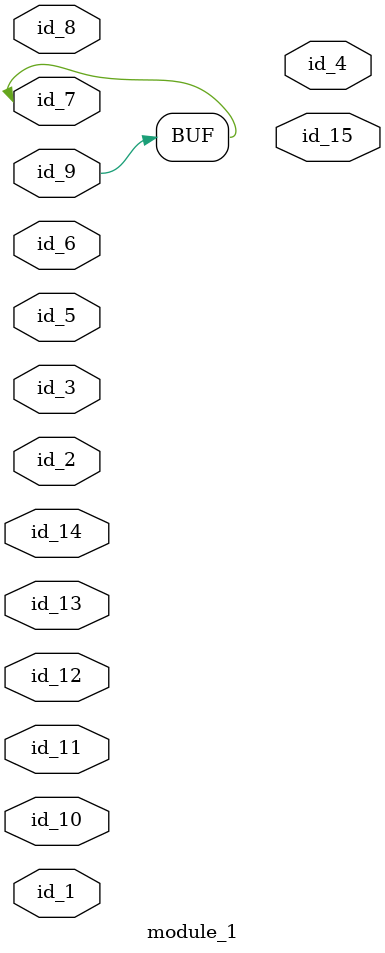
<source format=v>
module module_0;
  wire id_1 = id_1;
  wire id_2, id_4;
  wire id_5;
  wire id_6;
endmodule
module module_1 (
    id_1,
    id_2,
    id_3,
    id_4,
    id_5,
    id_6,
    id_7,
    id_8,
    id_9,
    id_10,
    id_11,
    id_12,
    id_13,
    id_14,
    id_15
);
  output wire id_15;
  inout wire id_14;
  input wire id_13;
  inout wire id_12;
  input wire id_11;
  inout wire id_10;
  input wire id_9;
  input wire id_8;
  inout wire id_7;
  input wire id_6;
  inout wire id_5;
  output wire id_4;
  inout wire id_3;
  input wire id_2;
  input wire id_1;
  module_0 modCall_1 ();
  assign id_7 = id_9;
  wire id_16;
endmodule

</source>
